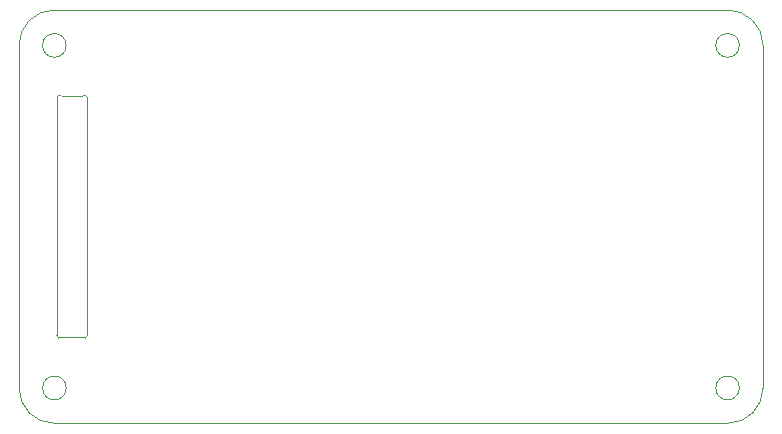
<source format=gbr>
%TF.GenerationSoftware,KiCad,Pcbnew,(5.1.6)-1*%
%TF.CreationDate,2022-07-31T05:26:31+09:00*%
%TF.ProjectId,az-core-bottom,617a2d63-6f72-4652-9d62-6f74746f6d2e,rev?*%
%TF.SameCoordinates,Original*%
%TF.FileFunction,Profile,NP*%
%FSLAX46Y46*%
G04 Gerber Fmt 4.6, Leading zero omitted, Abs format (unit mm)*
G04 Created by KiCad (PCBNEW (5.1.6)-1) date 2022-07-31 05:26:31*
%MOMM*%
%LPD*%
G01*
G04 APERTURE LIST*
%TA.AperFunction,Profile*%
%ADD10C,0.050000*%
%TD*%
G04 APERTURE END LIST*
D10*
X108200000Y-114550000D02*
G75*
G03*
X108650000Y-114700000I250000J0D01*
G01*
X110800000Y-114550000D02*
G75*
G02*
X110350000Y-114700000I-250000J0D01*
G01*
X110350000Y-114700000D02*
X108650000Y-114700000D01*
X110800000Y-94450000D02*
G75*
G03*
X110350000Y-94300000I-250000J0D01*
G01*
X108200000Y-94450000D02*
G75*
G02*
X108650000Y-94300000I250000J0D01*
G01*
X110800000Y-114550000D02*
X110800000Y-94450000D01*
X108200000Y-94450000D02*
X108200000Y-114550000D01*
X108650000Y-94300000D02*
X110350000Y-94300000D01*
X166000000Y-119000000D02*
G75*
G03*
X166000000Y-119000000I-1000000J0D01*
G01*
X168000000Y-119000000D02*
G75*
G02*
X165000000Y-122000000I-3000000J0D01*
G01*
X165000000Y-87000000D02*
G75*
G02*
X168000000Y-90000000I0J-3000000D01*
G01*
X108000000Y-122000000D02*
G75*
G02*
X105000000Y-119000000I0J3000000D01*
G01*
X108000000Y-122000000D02*
X165000000Y-122000000D01*
X168000000Y-90000000D02*
X168000000Y-119000000D01*
X165000000Y-87000000D02*
X108000000Y-87000000D01*
X105000000Y-90000000D02*
G75*
G02*
X108000000Y-87000000I3000000J0D01*
G01*
X105000000Y-90000000D02*
X105000000Y-119000000D01*
X166000000Y-90000000D02*
G75*
G03*
X166000000Y-90000000I-1000000J0D01*
G01*
X109000000Y-90000000D02*
G75*
G03*
X109000000Y-90000000I-1000000J0D01*
G01*
X109000000Y-119000000D02*
G75*
G03*
X109000000Y-119000000I-1000000J0D01*
G01*
M02*

</source>
